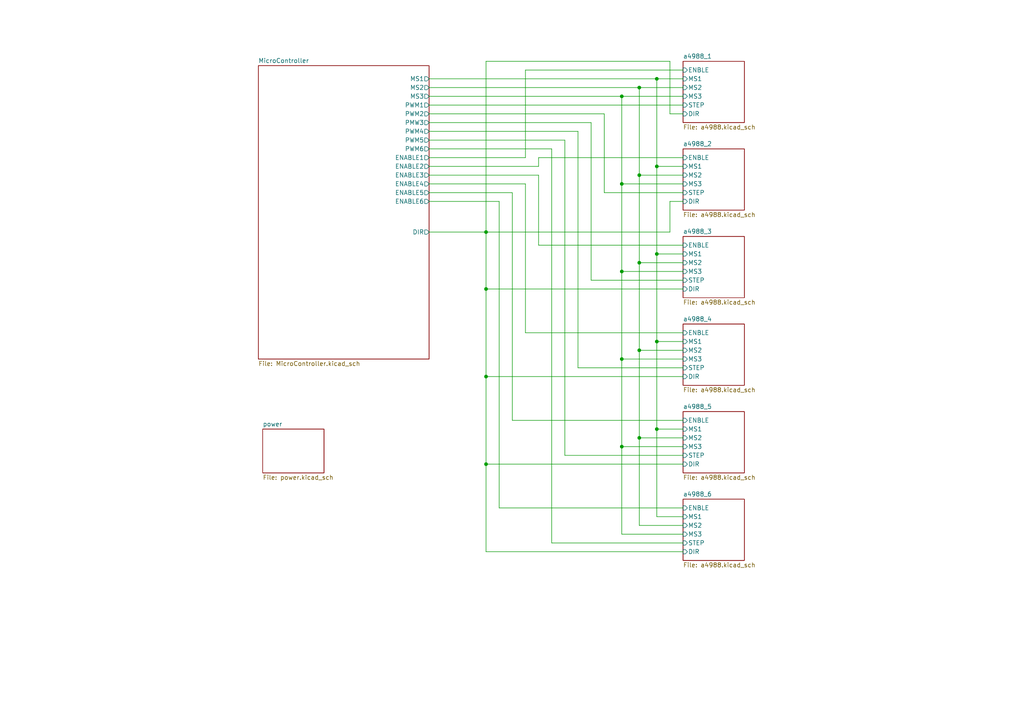
<source format=kicad_sch>
(kicad_sch (version 20211123) (generator eeschema)
  (paper "A4")
  (lib_symbols)
  (junction (at 180.34 78.74))
  (junction (at 190.5 99.06))
  (junction (at 185.42 76.2))
  (junction (at 180.34 53.34))
  (junction (at 190.5 124.46))
  (junction (at 190.5 48.26))
  (junction (at 140.97 83.82))
  (junction (at 180.34 129.54))
  (junction (at 185.42 25.4))
  (junction (at 140.97 67.31))
  (junction (at 190.5 73.66))
  (junction (at 185.42 101.6))
  (junction (at 140.97 109.22))
  (junction (at 180.34 27.94))
  (junction (at 185.42 127))
  (junction (at 185.42 50.8))
  (junction (at 190.5 22.86))
  (junction (at 140.97 134.62))
  (junction (at 180.34 104.14))
  (wire (pts (xy 140.97 67.31) (xy 140.97 83.82)))
  (wire (pts (xy 194.31 33.02) (xy 194.31 17.78)))
  (wire (pts (xy 198.12 50.8) (xy 185.42 50.8)))
  (wire (pts (xy 124.46 35.56) (xy 171.45 35.56)))
  (wire (pts (xy 124.46 67.31) (xy 140.97 67.31)))
  (wire (pts (xy 140.97 160.02) (xy 198.12 160.02)))
  (wire (pts (xy 194.31 17.78) (xy 140.97 17.78)))
  (wire (pts (xy 198.12 33.02) (xy 194.31 33.02)))
  (wire (pts (xy 185.42 50.8) (xy 185.42 25.4)))
  (wire (pts (xy 185.42 76.2) (xy 185.42 50.8)))
  (wire (pts (xy 140.97 109.22) (xy 198.12 109.22)))
  (wire (pts (xy 190.5 124.46) (xy 190.5 99.06)))
  (wire (pts (xy 190.5 48.26) (xy 190.5 22.86)))
  (wire (pts (xy 198.12 58.42) (xy 194.31 58.42)))
  (wire (pts (xy 190.5 22.86) (xy 198.12 22.86)))
  (wire (pts (xy 124.46 38.1) (xy 167.64 38.1)))
  (wire (pts (xy 198.12 78.74) (xy 180.34 78.74)))
  (wire (pts (xy 194.31 67.31) (xy 140.97 67.31)))
  (wire (pts (xy 160.02 43.18) (xy 160.02 157.48)))
  (wire (pts (xy 180.34 104.14) (xy 180.34 78.74)))
  (wire (pts (xy 140.97 134.62) (xy 198.12 134.62)))
  (wire (pts (xy 156.21 48.26) (xy 156.21 45.72)))
  (wire (pts (xy 124.46 30.48) (xy 198.12 30.48)))
  (wire (pts (xy 144.78 58.42) (xy 144.78 147.32)))
  (wire (pts (xy 180.34 53.34) (xy 180.34 27.94)))
  (wire (pts (xy 190.5 73.66) (xy 190.5 48.26)))
  (wire (pts (xy 124.46 58.42) (xy 144.78 58.42)))
  (wire (pts (xy 124.46 25.4) (xy 185.42 25.4)))
  (wire (pts (xy 180.34 129.54) (xy 198.12 129.54)))
  (wire (pts (xy 171.45 81.28) (xy 198.12 81.28)))
  (wire (pts (xy 160.02 157.48) (xy 198.12 157.48)))
  (wire (pts (xy 180.34 78.74) (xy 180.34 53.34)))
  (wire (pts (xy 124.46 43.18) (xy 160.02 43.18)))
  (wire (pts (xy 185.42 101.6) (xy 198.12 101.6)))
  (wire (pts (xy 198.12 25.4) (xy 185.42 25.4)))
  (wire (pts (xy 167.64 106.68) (xy 198.12 106.68)))
  (wire (pts (xy 156.21 50.8) (xy 156.21 71.12)))
  (wire (pts (xy 175.26 33.02) (xy 175.26 55.88)))
  (wire (pts (xy 185.42 152.4) (xy 185.42 127)))
  (wire (pts (xy 124.46 33.02) (xy 175.26 33.02)))
  (wire (pts (xy 185.42 76.2) (xy 185.42 101.6)))
  (wire (pts (xy 140.97 83.82) (xy 198.12 83.82)))
  (wire (pts (xy 180.34 129.54) (xy 180.34 104.14)))
  (wire (pts (xy 140.97 17.78) (xy 140.97 67.31)))
  (wire (pts (xy 198.12 53.34) (xy 180.34 53.34)))
  (wire (pts (xy 180.34 27.94) (xy 198.12 27.94)))
  (wire (pts (xy 124.46 22.86) (xy 190.5 22.86)))
  (wire (pts (xy 163.83 132.08) (xy 198.12 132.08)))
  (wire (pts (xy 124.46 48.26) (xy 156.21 48.26)))
  (wire (pts (xy 163.83 40.64) (xy 163.83 132.08)))
  (wire (pts (xy 152.4 45.72) (xy 152.4 20.32)))
  (wire (pts (xy 152.4 20.32) (xy 198.12 20.32)))
  (wire (pts (xy 152.4 96.52) (xy 198.12 96.52)))
  (wire (pts (xy 156.21 45.72) (xy 198.12 45.72)))
  (wire (pts (xy 124.46 45.72) (xy 152.4 45.72)))
  (wire (pts (xy 167.64 38.1) (xy 167.64 106.68)))
  (wire (pts (xy 198.12 152.4) (xy 185.42 152.4)))
  (wire (pts (xy 198.12 48.26) (xy 190.5 48.26)))
  (wire (pts (xy 124.46 27.94) (xy 180.34 27.94)))
  (wire (pts (xy 198.12 76.2) (xy 185.42 76.2)))
  (wire (pts (xy 198.12 127) (xy 185.42 127)))
  (wire (pts (xy 190.5 99.06) (xy 190.5 73.66)))
  (wire (pts (xy 198.12 104.14) (xy 180.34 104.14)))
  (wire (pts (xy 124.46 40.64) (xy 163.83 40.64)))
  (wire (pts (xy 144.78 147.32) (xy 198.12 147.32)))
  (wire (pts (xy 124.46 55.88) (xy 148.59 55.88)))
  (wire (pts (xy 175.26 55.88) (xy 198.12 55.88)))
  (wire (pts (xy 198.12 73.66) (xy 190.5 73.66)))
  (wire (pts (xy 180.34 154.94) (xy 180.34 129.54)))
  (wire (pts (xy 140.97 83.82) (xy 140.97 109.22)))
  (wire (pts (xy 198.12 99.06) (xy 190.5 99.06)))
  (wire (pts (xy 194.31 58.42) (xy 194.31 67.31)))
  (wire (pts (xy 124.46 53.34) (xy 152.4 53.34)))
  (wire (pts (xy 185.42 127) (xy 185.42 101.6)))
  (wire (pts (xy 148.59 55.88) (xy 148.59 121.92)))
  (wire (pts (xy 198.12 149.86) (xy 190.5 149.86)))
  (wire (pts (xy 124.46 50.8) (xy 156.21 50.8)))
  (wire (pts (xy 198.12 124.46) (xy 190.5 124.46)))
  (wire (pts (xy 152.4 53.34) (xy 152.4 96.52)))
  (wire (pts (xy 148.59 121.92) (xy 198.12 121.92)))
  (wire (pts (xy 140.97 134.62) (xy 140.97 160.02)))
  (wire (pts (xy 198.12 154.94) (xy 180.34 154.94)))
  (wire (pts (xy 171.45 35.56) (xy 171.45 81.28)))
  (wire (pts (xy 156.21 71.12) (xy 198.12 71.12)))
  (wire (pts (xy 140.97 109.22) (xy 140.97 134.62)))
  (wire (pts (xy 190.5 149.86) (xy 190.5 124.46)))
  (sheet (at 198.12 93.98) (size 17.78 17.78) (stroke (width 0.1524))
    (property "Sheet name" "a4988_4" (at 198.12 93.2684 0) (effects (justify left bottom)))
    (property "Sheet file" "a4988.kicad_sch" (at 198.12 112.3446 0) (effects (justify left top)))
    (pin "ENBLE" input (at 198.12 96.52 180))
    (pin "MS1" input (at 198.12 99.06 180))
    (pin "MS2" input (at 198.12 101.6 180))
    (pin "MS3" input (at 198.12 104.14 180))
    (pin "STEP" input (at 198.12 106.68 180))
    (pin "DIR" input (at 198.12 109.22 180))
  )
  (sheet (at 198.12 119.38) (size 17.78 17.78) (stroke (width 0.1524))
    (property "Sheet name" "a4988_5" (at 198.12 118.6684 0) (effects (justify left bottom)))
    (property "Sheet file" "a4988.kicad_sch" (at 198.12 137.7446 0) (effects (justify left top)))
    (pin "ENBLE" input (at 198.12 121.92 180))
    (pin "MS1" input (at 198.12 124.46 180))
    (pin "MS2" input (at 198.12 127 180))
    (pin "MS3" input (at 198.12 129.54 180))
    (pin "STEP" input (at 198.12 132.08 180))
    (pin "DIR" input (at 198.12 134.62 180))
  )
  (sheet (at 198.12 17.78) (size 17.78 17.78) (stroke (width 0.1524))
    (property "Sheet name" "a4988_1" (at 198.12 17.0684 0) (effects (justify left bottom)))
    (property "Sheet file" "a4988.kicad_sch" (at 198.12 36.1446 0) (effects (justify left top)))
    (pin "ENBLE" input (at 198.12 20.32 180))
    (pin "MS1" input (at 198.12 22.86 180))
    (pin "MS2" input (at 198.12 25.4 180))
    (pin "MS3" input (at 198.12 27.94 180))
    (pin "STEP" input (at 198.12 30.48 180))
    (pin "DIR" input (at 198.12 33.02 180))
  )
  (sheet (at 198.12 43.18) (size 17.78 17.78) (stroke (width 0.1524))
    (property "Sheet name" "a4988_2" (at 198.12 42.4684 0) (effects (justify left bottom)))
    (property "Sheet file" "a4988.kicad_sch" (at 198.12 61.5446 0) (effects (justify left top)))
    (pin "ENBLE" input (at 198.12 45.72 180))
    (pin "MS1" input (at 198.12 48.26 180))
    (pin "MS2" input (at 198.12 50.8 180))
    (pin "MS3" input (at 198.12 53.34 180))
    (pin "STEP" input (at 198.12 55.88 180))
    (pin "DIR" input (at 198.12 58.42 180))
  )
  (sheet (at 198.12 68.58) (size 17.78 17.78) (stroke (width 0.1524))
    (property "Sheet name" "a4988_3" (at 198.12 67.8684 0) (effects (justify left bottom)))
    (property "Sheet file" "a4988.kicad_sch" (at 198.12 86.9446 0) (effects (justify left top)))
    (pin "ENBLE" input (at 198.12 71.12 180))
    (pin "MS1" input (at 198.12 73.66 180))
    (pin "MS2" input (at 198.12 76.2 180))
    (pin "MS3" input (at 198.12 78.74 180))
    (pin "STEP" input (at 198.12 81.28 180))
    (pin "DIR" input (at 198.12 83.82 180))
  )
  (sheet (at 198.12 144.78) (size 17.78 17.78) (stroke (width 0.1524))
    (property "Sheet name" "a4988_6" (at 198.12 144.0684 0) (effects (justify left bottom)))
    (property "Sheet file" "a4988.kicad_sch" (at 198.12 163.1446 0) (effects (justify left top)))
    (pin "ENBLE" input (at 198.12 147.32 180))
    (pin "MS1" input (at 198.12 149.86 180))
    (pin "MS2" input (at 198.12 152.4 180))
    (pin "MS3" input (at 198.12 154.94 180))
    (pin "STEP" input (at 198.12 157.48 180))
    (pin "DIR" input (at 198.12 160.02 180))
  )
  (sheet (at 74.93 19.05) (size 49.53 85.09) (stroke (width 0.1524))
    (property "Sheet name" "MicroController" (at 74.93 18.3384 0) (effects (justify left bottom)))
    (property "Sheet file" "MicroController.kicad_sch" (at 74.93 104.7246 0) (effects (justify left top)))
    (pin "MS1" output (at 124.46 22.86 0))
    (pin "MS2" output (at 124.46 25.4 0))
    (pin "MS3" output (at 124.46 27.94 0))
    (pin "PWM1" output (at 124.46 30.48 0))
    (pin "PWM6" output (at 124.46 43.18 0))
    (pin "PWM2" output (at 124.46 33.02 0))
    (pin "PMW3" output (at 124.46 35.56 0))
    (pin "PWM4" output (at 124.46 38.1 0))
    (pin "PWM5" output (at 124.46 40.64 0))
    (pin "ENABLE1" output (at 124.46 45.72 0))
    (pin "ENABLE4" output (at 124.46 53.34 0))
    (pin "ENABLE3" output (at 124.46 50.8 0))
    (pin "ENABLE2" output (at 124.46 48.26 0))
    (pin "DIR" output (at 124.46 67.31 0))
    (pin "ENABLE6" output (at 124.46 58.42 0))
    (pin "ENABLE5" output (at 124.46 55.88 0))
  )
  (sheet (at 76.2 124.46) (size 17.78 12.7) (stroke (width 0.1524))
    (property "Sheet name" "power" (at 76.2 123.7484 0) (effects (justify left bottom)))
    (property "Sheet file" "power.kicad_sch" (at 76.2 137.7446 0) (effects (justify left top)))
  )
)
</source>
